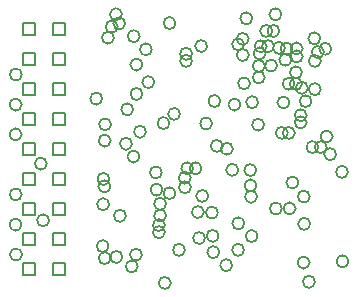
<source format=gbr>
%TF.GenerationSoftware,Altium Limited,Altium Designer,23.3.1 (30)*%
G04 Layer_Color=2752767*
%FSLAX45Y45*%
%MOMM*%
%TF.SameCoordinates,B56B3050-E4CE-4FE9-8081-1B6FDF6B35C2*%
%TF.FilePolarity,Positive*%
%TF.FileFunction,Drawing*%
%TF.Part,Single*%
G01*
G75*
%TA.AperFunction,NonConductor*%
%ADD104C,0.12700*%
%ADD105C,0.16933*%
D104*
X129200Y2275200D02*
Y2376800D01*
X230800D01*
Y2275200D01*
X129200D01*
Y2021200D02*
Y2122800D01*
X230800D01*
Y2021200D01*
X129200D01*
Y1767200D02*
Y1868800D01*
X230800D01*
Y1767200D01*
X129200D01*
Y1513200D02*
Y1614800D01*
X230800D01*
Y1513200D01*
X129200D01*
Y1259200D02*
Y1360800D01*
X230800D01*
Y1259200D01*
X129200D01*
Y1005200D02*
Y1106800D01*
X230800D01*
Y1005200D01*
X129200D01*
Y751200D02*
Y852800D01*
X230800D01*
Y751200D01*
X129200D01*
X383200Y2275200D02*
Y2376800D01*
X484800D01*
Y2275200D01*
X383200D01*
Y2021200D02*
Y2122800D01*
X484800D01*
Y2021200D01*
X383200D01*
Y1767200D02*
Y1868800D01*
X484800D01*
Y1767200D01*
X383200D01*
Y1513200D02*
Y1614800D01*
X484800D01*
Y1513200D01*
X383200D01*
Y1259200D02*
Y1360800D01*
X484800D01*
Y1259200D01*
X383200D01*
Y1005200D02*
Y1106800D01*
X484800D01*
Y1005200D01*
X383200D01*
Y751200D02*
Y852800D01*
X484800D01*
Y751200D01*
X383200D01*
X129200Y497200D02*
Y598800D01*
X230800D01*
Y497200D01*
X129200D01*
Y243200D02*
Y344800D01*
X230800D01*
Y243200D01*
X129200D01*
X383200Y497200D02*
Y598800D01*
X484800D01*
Y497200D01*
X383200D01*
Y243200D02*
Y344800D01*
X484800D01*
Y243200D01*
X383200D01*
D105*
X2430800Y1450000D02*
G03*
X2430800Y1450000I-50800J0D01*
G01*
X2192088Y2183656D02*
G03*
X2192088Y2183656I-50800J0D01*
G01*
X2120796Y1709997D02*
G03*
X2120796Y1709997I-50800J0D01*
G01*
X2780800Y1270000D02*
G03*
X2780800Y1270000I-50800J0D01*
G01*
X2182765Y2123167D02*
G03*
X2182765Y2123167I-50800J0D01*
G01*
X2175707Y1919570D02*
G03*
X2175707Y1919570I-50800J0D01*
G01*
X898825Y2256789D02*
G03*
X898825Y2256789I-50800J0D01*
G01*
X1170800Y1460000D02*
G03*
X1170800Y1460000I-50800J0D01*
G01*
X1310800Y970000D02*
G03*
X1310800Y970000I-50800J0D01*
G01*
X1305046Y1115754D02*
G03*
X1305046Y1115754I-50800J0D01*
G01*
X858377Y846170D02*
G03*
X858377Y846170I-50800J0D01*
G01*
X1136395Y418969D02*
G03*
X1136395Y418969I-50800J0D01*
G01*
X854432Y491892D02*
G03*
X854432Y491892I-50800J0D01*
G01*
X350800Y710000D02*
G03*
X350800Y710000I-50800J0D01*
G01*
X330800Y1190000D02*
G03*
X330800Y1190000I-50800J0D01*
G01*
X966997Y2454400D02*
G03*
X966997Y2454400I-50800J0D01*
G01*
X119294Y1944575D02*
G03*
X119294Y1944575I-50800J0D01*
G01*
X117773Y1689810D02*
G03*
X117773Y1689810I-50800J0D01*
G01*
Y1437325D02*
G03*
X117773Y1437325I-50800J0D01*
G01*
X118534Y929314D02*
G03*
X118534Y929314I-50800J0D01*
G01*
X117013Y673788D02*
G03*
X117013Y673788I-50800J0D01*
G01*
X120800Y420000D02*
G03*
X120800Y420000I-50800J0D01*
G01*
X1380800Y180000D02*
G03*
X1380800Y180000I-50800J0D01*
G01*
X2600800Y190000D02*
G03*
X2600800Y190000I-50800J0D01*
G01*
X2000799Y2199959D02*
G03*
X2000799Y2199959I-50800J0D01*
G01*
X2040263Y2246418D02*
G03*
X2040263Y2246418I-50800J0D01*
G01*
X2254102Y2185130D02*
G03*
X2254102Y2185130I-50800J0D01*
G01*
X2176134Y2017238D02*
G03*
X2176134Y2017238I-50800J0D01*
G01*
X2541158Y1832265D02*
G03*
X2541158Y1832265I-50800J0D01*
G01*
X2530800Y1600000D02*
G03*
X2530800Y1600000I-50800J0D01*
G01*
X2384748Y1707651D02*
G03*
X2384748Y1707651I-50800J0D01*
G01*
X2317383Y2454400D02*
G03*
X2317383Y2454400I-50800J0D01*
G01*
X1420800Y940000D02*
G03*
X1420800Y940000I-50800J0D01*
G01*
X1000800Y748696D02*
G03*
X1000800Y748696I-50800J0D01*
G01*
X1140800Y2028696D02*
G03*
X1140800Y2028696I-50800J0D01*
G01*
X1459360Y1610730D02*
G03*
X1459360Y1610730I-50800J0D01*
G01*
X1240800Y1880000D02*
G03*
X1240800Y1880000I-50800J0D01*
G01*
X1140800Y1780000D02*
G03*
X1140800Y1780000I-50800J0D01*
G01*
X1330800Y670000D02*
G03*
X1330800Y670000I-50800J0D01*
G01*
Y610000D02*
G03*
X1330800Y610000I-50800J0D01*
G01*
X1117593Y2268972D02*
G03*
X1117593Y2268972I-50800J0D01*
G01*
X2496583Y2165241D02*
G03*
X2496583Y2165241I-50800J0D01*
G01*
X930800Y2350000D02*
G03*
X930800Y2350000I-50800J0D01*
G01*
X994917Y2377704D02*
G03*
X994917Y2377704I-50800J0D01*
G01*
X1420800Y2380000D02*
G03*
X1420800Y2380000I-50800J0D01*
G01*
X1369597Y1533032D02*
G03*
X1369597Y1533032I-50800J0D01*
G01*
X875440Y1522606D02*
G03*
X875440Y1522606I-50800J0D01*
G01*
X871580Y1384933D02*
G03*
X871580Y1384933I-50800J0D01*
G01*
X869544Y997965D02*
G03*
X869544Y997965I-50800J0D01*
G01*
X970800Y400000D02*
G03*
X970800Y400000I-50800J0D01*
G01*
X1785800Y578425D02*
G03*
X1785800Y578425I-50800J0D01*
G01*
X2750800Y1420000D02*
G03*
X2750800Y1420000I-50800J0D01*
G01*
X2739420Y2162523D02*
G03*
X2739420Y2162523I-50800J0D01*
G01*
X1220468Y2157572D02*
G03*
X1220468Y2157572I-50800J0D01*
G01*
X1660800Y780000D02*
G03*
X1660800Y780000I-50800J0D01*
G01*
X1906069Y1316304D02*
G03*
X1906069Y1316304I-50800J0D01*
G01*
X2003240Y684512D02*
G03*
X2003240Y684512I-50800J0D01*
G01*
X2885163Y362722D02*
G03*
X2885163Y362722I-50800J0D01*
G01*
X2555810Y352712D02*
G03*
X2555810Y352712I-50800J0D01*
G01*
X2560800Y680000D02*
G03*
X2560800Y680000I-50800J0D01*
G01*
X2557311Y911311D02*
G03*
X2557311Y911311I-50800J0D01*
G01*
X2880800Y1120000D02*
G03*
X2880800Y1120000I-50800J0D01*
G01*
X1800799Y1719999D02*
G03*
X1800799Y1719999I-50800J0D01*
G01*
X2051639Y1869999D02*
G03*
X2051639Y1869999I-50800J0D01*
G01*
X2646875Y2250201D02*
G03*
X2646875Y2250201I-50800J0D01*
G01*
X2675800Y2135000D02*
G03*
X2675800Y2135000I-50800J0D01*
G01*
X2650800Y2060000D02*
G03*
X2650800Y2060000I-50800J0D01*
G01*
X1688198Y2185442D02*
G03*
X1688198Y2185442I-50800J0D01*
G01*
X1970800Y1690000D02*
G03*
X1970800Y1690000I-50800J0D01*
G01*
X1062771Y1649847D02*
G03*
X1062771Y1649847I-50800J0D01*
G01*
X1052069Y1358257D02*
G03*
X1052069Y1358257I-50800J0D01*
G01*
X2070800Y2420000D02*
G03*
X2070800Y2420000I-50800J0D01*
G01*
X2300479Y2313689D02*
G03*
X2300479Y2313689I-50800J0D01*
G01*
X2239458Y2313714D02*
G03*
X2239458Y2313714I-50800J0D01*
G01*
X2040800Y2110000D02*
G03*
X2040800Y2110000I-50800J0D01*
G01*
X2170800Y1520000D02*
G03*
X2170800Y1520000I-50800J0D01*
G01*
X1730800Y1530000D02*
G03*
X1730800Y1530000I-50800J0D01*
G01*
X1820796Y1339997D02*
G03*
X1820796Y1339997I-50800J0D01*
G01*
X1951686Y1137501D02*
G03*
X1951686Y1137501I-50800J0D01*
G01*
X1340800Y750000D02*
G03*
X1340800Y750000I-50800J0D01*
G01*
Y850000D02*
G03*
X1340800Y850000I-50800J0D01*
G01*
X1115800Y1250000D02*
G03*
X1115800Y1250000I-50800J0D01*
G01*
X860800Y1060000D02*
G03*
X860800Y1060000I-50800J0D01*
G01*
X2530800Y1540000D02*
G03*
X2530800Y1540000I-50800J0D01*
G01*
X1549757Y1070472D02*
G03*
X1549757Y1070472I-50800J0D01*
G01*
X1550800Y990000D02*
G03*
X1550800Y990000I-50800J0D01*
G01*
X1570800Y1150000D02*
G03*
X1570800Y1150000I-50800J0D01*
G01*
X1640800D02*
G03*
X1640800Y1150000I-50800J0D01*
G01*
X2400800Y2070000D02*
G03*
X2400800Y2070000I-50800J0D01*
G01*
X2630800Y1330000D02*
G03*
X2630800Y1330000I-50800J0D01*
G01*
X2104890Y1135303D02*
G03*
X2104890Y1135303I-50800J0D01*
G01*
X2110800Y910000D02*
G03*
X2110800Y910000I-50800J0D01*
G01*
X2700800Y1330000D02*
G03*
X2700800Y1330000I-50800J0D01*
G01*
X2115912Y576690D02*
G03*
X2115912Y576690I-50800J0D01*
G01*
X2370800Y1450000D02*
G03*
X2370800Y1450000I-50800J0D01*
G01*
X2106356Y1005327D02*
G03*
X2106356Y1005327I-50800J0D01*
G01*
X1500800Y460000D02*
G03*
X1500800Y460000I-50800J0D01*
G01*
X1900800Y330000D02*
G03*
X1900800Y330000I-50800J0D01*
G01*
X2000800Y460000D02*
G03*
X2000800Y460000I-50800J0D01*
G01*
X1791157Y440437D02*
G03*
X1791157Y440437I-50800J0D01*
G01*
X1100800Y320000D02*
G03*
X1100800Y320000I-50800J0D01*
G01*
X2572696Y1718716D02*
G03*
X2572696Y1718716I-50800J0D01*
G01*
X2280800Y2020000D02*
G03*
X2280800Y2020000I-50800J0D01*
G01*
X1670800Y560000D02*
G03*
X1670800Y560000I-50800J0D01*
G01*
X1779326Y775509D02*
G03*
X1779326Y775509I-50800J0D01*
G01*
X1560800Y2060000D02*
G03*
X1560800Y2060000I-50800J0D01*
G01*
Y2120000D02*
G03*
X1560800Y2120000I-50800J0D01*
G01*
X2490803Y1962909D02*
G03*
X2490803Y1962909I-50800J0D01*
G01*
X2489795Y1865410D02*
G03*
X2489795Y1865410I-50800J0D01*
G01*
X2347887Y2170001D02*
G03*
X2347887Y2170001I-50800J0D01*
G01*
X800231Y1740605D02*
G03*
X800231Y1740605I-50800J0D01*
G01*
X2411480Y2164135D02*
G03*
X2411480Y2164135I-50800J0D01*
G01*
X2428943Y1866454D02*
G03*
X2428943Y1866454I-50800J0D01*
G01*
X2650800Y1820000D02*
G03*
X2650800Y1820000I-50800J0D01*
G01*
X2497212Y2097825D02*
G03*
X2497212Y2097825I-50800J0D01*
G01*
X871339Y390244D02*
G03*
X871339Y390244I-50800J0D01*
G01*
X1697620Y916820D02*
G03*
X1697620Y916820I-50800J0D01*
G01*
X2320800Y810000D02*
G03*
X2320800Y810000I-50800J0D01*
G01*
X2460800Y1030000D02*
G03*
X2460800Y1030000I-50800J0D01*
G01*
X2436947Y810321D02*
G03*
X2436947Y810321I-50800J0D01*
G01*
%TF.MD5,e8758bbe88ff5f20e136ddc0af0c6071*%
M02*

</source>
